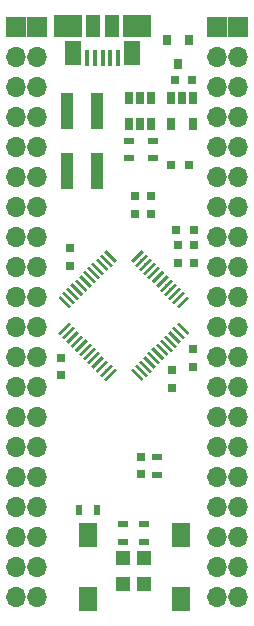
<source format=gts>
%TF.GenerationSoftware,KiCad,Pcbnew,no-vcs-found-d00fc99~60~ubuntu16.04.1*%
%TF.CreationDate,2017-10-03T23:38:07-03:00*%
%TF.ProjectId,efm32-board,65666D33322D626F6172642E6B696361,rev?*%
%TF.SameCoordinates,Original*%
%TF.FileFunction,Soldermask,Top*%
%TF.FilePolarity,Negative*%
%FSLAX46Y46*%
G04 Gerber Fmt 4.6, Leading zero omitted, Abs format (unit mm)*
G04 Created by KiCad (PCBNEW no-vcs-found-d00fc99~60~ubuntu16.04.1) date Tue Oct  3 23:38:07 2017*
%MOMM*%
%LPD*%
G01*
G04 APERTURE LIST*
%ADD10R,1.000000X3.150000*%
%ADD11R,0.750000X0.800000*%
%ADD12R,0.800000X0.900000*%
%ADD13R,1.600000X2.000000*%
%ADD14R,1.700000X1.700000*%
%ADD15O,1.700000X1.700000*%
%ADD16R,0.650000X1.060000*%
%ADD17R,0.800000X0.750000*%
%ADD18C,0.250000*%
%ADD19C,0.100000*%
%ADD20R,0.900000X0.500000*%
%ADD21R,1.175000X1.900000*%
%ADD22R,2.375000X1.900000*%
%ADD23R,1.475000X2.100000*%
%ADD24R,0.450000X1.380000*%
%ADD25R,1.200000X1.200000*%
%ADD26R,0.500000X0.900000*%
G04 APERTURE END LIST*
D10*
%TO.C,J4*%
X122088000Y-83990000D03*
X122088000Y-78940000D03*
X124628000Y-83990000D03*
X124628000Y-78940000D03*
%TD*%
D11*
%TO.C,C7*%
X127788000Y-86145000D03*
X127788000Y-87645000D03*
%TD*%
D12*
%TO.C,D2*%
X131438000Y-74915000D03*
X130488000Y-72915000D03*
X132388000Y-72915000D03*
%TD*%
D13*
%TO.C,SW1*%
X131698000Y-120255000D03*
X131698000Y-114855000D03*
%TD*%
D14*
%TO.C,J5*%
X136538000Y-71775000D03*
D15*
X136538000Y-74315000D03*
X136538000Y-76855000D03*
X136538000Y-79395000D03*
X136538000Y-81935000D03*
X136538000Y-84475000D03*
X136538000Y-87015000D03*
X136538000Y-89555000D03*
X136538000Y-92095000D03*
X136538000Y-94635000D03*
X136538000Y-97175000D03*
X136538000Y-99715000D03*
X136538000Y-102255000D03*
X136538000Y-104795000D03*
X136538000Y-107335000D03*
X136538000Y-109875000D03*
X136538000Y-112415000D03*
X136538000Y-114955000D03*
X136538000Y-117495000D03*
X136538000Y-120035000D03*
%TD*%
D16*
%TO.C,U3*%
X128238000Y-77805000D03*
X127288000Y-77805000D03*
X129188000Y-77805000D03*
X129188000Y-80005000D03*
X128238000Y-80005000D03*
X127288000Y-80005000D03*
%TD*%
%TO.C,U2*%
X132748000Y-80025000D03*
X130848000Y-80025000D03*
X130848000Y-77825000D03*
X131798000Y-77825000D03*
X132748000Y-77825000D03*
%TD*%
D14*
%TO.C,J2*%
X134740619Y-71782500D03*
D15*
X134740619Y-74322500D03*
X134740619Y-76862500D03*
X134740619Y-79402500D03*
X134740619Y-81942500D03*
X134740619Y-84482500D03*
X134740619Y-87022500D03*
X134740619Y-89562500D03*
X134740619Y-92102500D03*
X134740619Y-94642500D03*
X134740619Y-97182500D03*
X134740619Y-99722500D03*
X134740619Y-102262500D03*
X134740619Y-104802500D03*
X134740619Y-107342500D03*
X134740619Y-109882500D03*
X134740619Y-112422500D03*
X134740619Y-114962500D03*
X134740619Y-117502500D03*
X134740619Y-120042500D03*
%TD*%
D17*
%TO.C,C9*%
X132808000Y-88975000D03*
X131308000Y-88975000D03*
%TD*%
D18*
%TO.C,U1*%
X121837542Y-97346371D03*
D19*
G36*
X121466311Y-97894379D02*
X121289534Y-97717602D01*
X122208773Y-96798363D01*
X122385550Y-96975140D01*
X121466311Y-97894379D01*
X121466311Y-97894379D01*
G37*
D18*
X122191095Y-97699924D03*
D19*
G36*
X121819864Y-98247932D02*
X121643087Y-98071155D01*
X122562326Y-97151916D01*
X122739103Y-97328693D01*
X121819864Y-98247932D01*
X121819864Y-98247932D01*
G37*
D18*
X122544649Y-98053478D03*
D19*
G36*
X122173418Y-98601486D02*
X121996641Y-98424709D01*
X122915880Y-97505470D01*
X123092657Y-97682247D01*
X122173418Y-98601486D01*
X122173418Y-98601486D01*
G37*
D18*
X122898202Y-98407031D03*
D19*
G36*
X122526971Y-98955039D02*
X122350194Y-98778262D01*
X123269433Y-97859023D01*
X123446210Y-98035800D01*
X122526971Y-98955039D01*
X122526971Y-98955039D01*
G37*
D18*
X123251755Y-98760584D03*
D19*
G36*
X122880524Y-99308592D02*
X122703747Y-99131815D01*
X123622986Y-98212576D01*
X123799763Y-98389353D01*
X122880524Y-99308592D01*
X122880524Y-99308592D01*
G37*
D18*
X123605309Y-99114138D03*
D19*
G36*
X123234078Y-99662146D02*
X123057301Y-99485369D01*
X123976540Y-98566130D01*
X124153317Y-98742907D01*
X123234078Y-99662146D01*
X123234078Y-99662146D01*
G37*
D18*
X123958862Y-99467691D03*
D19*
G36*
X123587631Y-100015699D02*
X123410854Y-99838922D01*
X124330093Y-98919683D01*
X124506870Y-99096460D01*
X123587631Y-100015699D01*
X123587631Y-100015699D01*
G37*
D18*
X124312416Y-99821245D03*
D19*
G36*
X123941185Y-100369253D02*
X123764408Y-100192476D01*
X124683647Y-99273237D01*
X124860424Y-99450014D01*
X123941185Y-100369253D01*
X123941185Y-100369253D01*
G37*
D18*
X124665969Y-100174798D03*
D19*
G36*
X124294738Y-100722806D02*
X124117961Y-100546029D01*
X125037200Y-99626790D01*
X125213977Y-99803567D01*
X124294738Y-100722806D01*
X124294738Y-100722806D01*
G37*
D18*
X125019522Y-100528351D03*
D19*
G36*
X124648291Y-101076359D02*
X124471514Y-100899582D01*
X125390753Y-99980343D01*
X125567530Y-100157120D01*
X124648291Y-101076359D01*
X124648291Y-101076359D01*
G37*
D18*
X125373076Y-100881905D03*
D19*
G36*
X125001845Y-101429913D02*
X124825068Y-101253136D01*
X125744307Y-100333897D01*
X125921084Y-100510674D01*
X125001845Y-101429913D01*
X125001845Y-101429913D01*
G37*
D18*
X125726629Y-101235458D03*
D19*
G36*
X125355398Y-101783466D02*
X125178621Y-101606689D01*
X126097860Y-100687450D01*
X126274637Y-100864227D01*
X125355398Y-101783466D01*
X125355398Y-101783466D01*
G37*
D18*
X127989371Y-101235458D03*
D19*
G36*
X128537379Y-101606689D02*
X128360602Y-101783466D01*
X127441363Y-100864227D01*
X127618140Y-100687450D01*
X128537379Y-101606689D01*
X128537379Y-101606689D01*
G37*
D18*
X128342924Y-100881905D03*
D19*
G36*
X128890932Y-101253136D02*
X128714155Y-101429913D01*
X127794916Y-100510674D01*
X127971693Y-100333897D01*
X128890932Y-101253136D01*
X128890932Y-101253136D01*
G37*
D18*
X128696478Y-100528351D03*
D19*
G36*
X129244486Y-100899582D02*
X129067709Y-101076359D01*
X128148470Y-100157120D01*
X128325247Y-99980343D01*
X129244486Y-100899582D01*
X129244486Y-100899582D01*
G37*
D18*
X129050031Y-100174798D03*
D19*
G36*
X129598039Y-100546029D02*
X129421262Y-100722806D01*
X128502023Y-99803567D01*
X128678800Y-99626790D01*
X129598039Y-100546029D01*
X129598039Y-100546029D01*
G37*
D18*
X129403584Y-99821245D03*
D19*
G36*
X129951592Y-100192476D02*
X129774815Y-100369253D01*
X128855576Y-99450014D01*
X129032353Y-99273237D01*
X129951592Y-100192476D01*
X129951592Y-100192476D01*
G37*
D18*
X129757138Y-99467691D03*
D19*
G36*
X130305146Y-99838922D02*
X130128369Y-100015699D01*
X129209130Y-99096460D01*
X129385907Y-98919683D01*
X130305146Y-99838922D01*
X130305146Y-99838922D01*
G37*
D18*
X130110691Y-99114138D03*
D19*
G36*
X130658699Y-99485369D02*
X130481922Y-99662146D01*
X129562683Y-98742907D01*
X129739460Y-98566130D01*
X130658699Y-99485369D01*
X130658699Y-99485369D01*
G37*
D18*
X130464245Y-98760584D03*
D19*
G36*
X131012253Y-99131815D02*
X130835476Y-99308592D01*
X129916237Y-98389353D01*
X130093014Y-98212576D01*
X131012253Y-99131815D01*
X131012253Y-99131815D01*
G37*
D18*
X130817798Y-98407031D03*
D19*
G36*
X131365806Y-98778262D02*
X131189029Y-98955039D01*
X130269790Y-98035800D01*
X130446567Y-97859023D01*
X131365806Y-98778262D01*
X131365806Y-98778262D01*
G37*
D18*
X131171351Y-98053478D03*
D19*
G36*
X131719359Y-98424709D02*
X131542582Y-98601486D01*
X130623343Y-97682247D01*
X130800120Y-97505470D01*
X131719359Y-98424709D01*
X131719359Y-98424709D01*
G37*
D18*
X131524905Y-97699924D03*
D19*
G36*
X132072913Y-98071155D02*
X131896136Y-98247932D01*
X130976897Y-97328693D01*
X131153674Y-97151916D01*
X132072913Y-98071155D01*
X132072913Y-98071155D01*
G37*
D18*
X131878458Y-97346371D03*
D19*
G36*
X132426466Y-97717602D02*
X132249689Y-97894379D01*
X131330450Y-96975140D01*
X131507227Y-96798363D01*
X132426466Y-97717602D01*
X132426466Y-97717602D01*
G37*
D18*
X131878458Y-95083629D03*
D19*
G36*
X131507227Y-95631637D02*
X131330450Y-95454860D01*
X132249689Y-94535621D01*
X132426466Y-94712398D01*
X131507227Y-95631637D01*
X131507227Y-95631637D01*
G37*
D18*
X131524905Y-94730076D03*
D19*
G36*
X131153674Y-95278084D02*
X130976897Y-95101307D01*
X131896136Y-94182068D01*
X132072913Y-94358845D01*
X131153674Y-95278084D01*
X131153674Y-95278084D01*
G37*
D18*
X131171351Y-94376522D03*
D19*
G36*
X130800120Y-94924530D02*
X130623343Y-94747753D01*
X131542582Y-93828514D01*
X131719359Y-94005291D01*
X130800120Y-94924530D01*
X130800120Y-94924530D01*
G37*
D18*
X130817798Y-94022969D03*
D19*
G36*
X130446567Y-94570977D02*
X130269790Y-94394200D01*
X131189029Y-93474961D01*
X131365806Y-93651738D01*
X130446567Y-94570977D01*
X130446567Y-94570977D01*
G37*
D18*
X130464245Y-93669416D03*
D19*
G36*
X130093014Y-94217424D02*
X129916237Y-94040647D01*
X130835476Y-93121408D01*
X131012253Y-93298185D01*
X130093014Y-94217424D01*
X130093014Y-94217424D01*
G37*
D18*
X130110691Y-93315862D03*
D19*
G36*
X129739460Y-93863870D02*
X129562683Y-93687093D01*
X130481922Y-92767854D01*
X130658699Y-92944631D01*
X129739460Y-93863870D01*
X129739460Y-93863870D01*
G37*
D18*
X129757138Y-92962309D03*
D19*
G36*
X129385907Y-93510317D02*
X129209130Y-93333540D01*
X130128369Y-92414301D01*
X130305146Y-92591078D01*
X129385907Y-93510317D01*
X129385907Y-93510317D01*
G37*
D18*
X129403584Y-92608755D03*
D19*
G36*
X129032353Y-93156763D02*
X128855576Y-92979986D01*
X129774815Y-92060747D01*
X129951592Y-92237524D01*
X129032353Y-93156763D01*
X129032353Y-93156763D01*
G37*
D18*
X129050031Y-92255202D03*
D19*
G36*
X128678800Y-92803210D02*
X128502023Y-92626433D01*
X129421262Y-91707194D01*
X129598039Y-91883971D01*
X128678800Y-92803210D01*
X128678800Y-92803210D01*
G37*
D18*
X128696478Y-91901649D03*
D19*
G36*
X128325247Y-92449657D02*
X128148470Y-92272880D01*
X129067709Y-91353641D01*
X129244486Y-91530418D01*
X128325247Y-92449657D01*
X128325247Y-92449657D01*
G37*
D18*
X128342924Y-91548095D03*
D19*
G36*
X127971693Y-92096103D02*
X127794916Y-91919326D01*
X128714155Y-91000087D01*
X128890932Y-91176864D01*
X127971693Y-92096103D01*
X127971693Y-92096103D01*
G37*
D18*
X127989371Y-91194542D03*
D19*
G36*
X127618140Y-91742550D02*
X127441363Y-91565773D01*
X128360602Y-90646534D01*
X128537379Y-90823311D01*
X127618140Y-91742550D01*
X127618140Y-91742550D01*
G37*
D18*
X125726629Y-91194542D03*
D19*
G36*
X126274637Y-91565773D02*
X126097860Y-91742550D01*
X125178621Y-90823311D01*
X125355398Y-90646534D01*
X126274637Y-91565773D01*
X126274637Y-91565773D01*
G37*
D18*
X125373076Y-91548095D03*
D19*
G36*
X125921084Y-91919326D02*
X125744307Y-92096103D01*
X124825068Y-91176864D01*
X125001845Y-91000087D01*
X125921084Y-91919326D01*
X125921084Y-91919326D01*
G37*
D18*
X125019522Y-91901649D03*
D19*
G36*
X125567530Y-92272880D02*
X125390753Y-92449657D01*
X124471514Y-91530418D01*
X124648291Y-91353641D01*
X125567530Y-92272880D01*
X125567530Y-92272880D01*
G37*
D18*
X124665969Y-92255202D03*
D19*
G36*
X125213977Y-92626433D02*
X125037200Y-92803210D01*
X124117961Y-91883971D01*
X124294738Y-91707194D01*
X125213977Y-92626433D01*
X125213977Y-92626433D01*
G37*
D18*
X124312416Y-92608755D03*
D19*
G36*
X124860424Y-92979986D02*
X124683647Y-93156763D01*
X123764408Y-92237524D01*
X123941185Y-92060747D01*
X124860424Y-92979986D01*
X124860424Y-92979986D01*
G37*
D18*
X123958862Y-92962309D03*
D19*
G36*
X124506870Y-93333540D02*
X124330093Y-93510317D01*
X123410854Y-92591078D01*
X123587631Y-92414301D01*
X124506870Y-93333540D01*
X124506870Y-93333540D01*
G37*
D18*
X123605309Y-93315862D03*
D19*
G36*
X124153317Y-93687093D02*
X123976540Y-93863870D01*
X123057301Y-92944631D01*
X123234078Y-92767854D01*
X124153317Y-93687093D01*
X124153317Y-93687093D01*
G37*
D18*
X123251755Y-93669416D03*
D19*
G36*
X123799763Y-94040647D02*
X123622986Y-94217424D01*
X122703747Y-93298185D01*
X122880524Y-93121408D01*
X123799763Y-94040647D01*
X123799763Y-94040647D01*
G37*
D18*
X122898202Y-94022969D03*
D19*
G36*
X123446210Y-94394200D02*
X123269433Y-94570977D01*
X122350194Y-93651738D01*
X122526971Y-93474961D01*
X123446210Y-94394200D01*
X123446210Y-94394200D01*
G37*
D18*
X122544649Y-94376522D03*
D19*
G36*
X123092657Y-94747753D02*
X122915880Y-94924530D01*
X121996641Y-94005291D01*
X122173418Y-93828514D01*
X123092657Y-94747753D01*
X123092657Y-94747753D01*
G37*
D18*
X122191095Y-94730076D03*
D19*
G36*
X122739103Y-95101307D02*
X122562326Y-95278084D01*
X121643087Y-94358845D01*
X121819864Y-94182068D01*
X122739103Y-95101307D01*
X122739103Y-95101307D01*
G37*
D18*
X121837542Y-95083629D03*
D19*
G36*
X122385550Y-95454860D02*
X122208773Y-95631637D01*
X121289534Y-94712398D01*
X121466311Y-94535621D01*
X122385550Y-95454860D01*
X122385550Y-95454860D01*
G37*
%TD*%
D17*
%TO.C,C10*%
X130848000Y-83465000D03*
X132348000Y-83465000D03*
%TD*%
%TO.C,C11*%
X132678000Y-76295000D03*
X131178000Y-76295000D03*
%TD*%
D20*
%TO.C,R2*%
X129318000Y-81415000D03*
X129318000Y-82915000D03*
%TD*%
%TO.C,R1*%
X127288000Y-82925000D03*
X127288000Y-81425000D03*
%TD*%
D11*
%TO.C,C3*%
X122318000Y-92025000D03*
X122318000Y-90525000D03*
%TD*%
%TO.C,C2*%
X121588000Y-101305000D03*
X121588000Y-99805000D03*
%TD*%
%TO.C,C4*%
X130928000Y-102385000D03*
X130928000Y-100885000D03*
%TD*%
%TO.C,C5*%
X132748000Y-100585000D03*
X132748000Y-99085000D03*
%TD*%
%TO.C,C6*%
X131468000Y-91785000D03*
X131468000Y-90285000D03*
%TD*%
D14*
%TO.C,J1*%
X119538000Y-71825000D03*
D15*
X119538000Y-74365000D03*
X119538000Y-76905000D03*
X119538000Y-79445000D03*
X119538000Y-81985000D03*
X119538000Y-84525000D03*
X119538000Y-87065000D03*
X119538000Y-89605000D03*
X119538000Y-92145000D03*
X119538000Y-94685000D03*
X119538000Y-97225000D03*
X119538000Y-99765000D03*
X119538000Y-102305000D03*
X119538000Y-104845000D03*
X119538000Y-107385000D03*
X119538000Y-109925000D03*
X119538000Y-112465000D03*
X119538000Y-115005000D03*
X119538000Y-117545000D03*
X119538000Y-120085000D03*
%TD*%
D21*
%TO.C,J3*%
X124228000Y-71725000D03*
X125908000Y-71725000D03*
D22*
X122158000Y-71725000D03*
X127978000Y-71725000D03*
D23*
X122605500Y-74025000D03*
X127530500Y-74025000D03*
D24*
X123768000Y-74385000D03*
X124418000Y-74385000D03*
X125068000Y-74385000D03*
X125718000Y-74385000D03*
X126368000Y-74385000D03*
%TD*%
D20*
%TO.C,R4*%
X129698000Y-109745000D03*
X129698000Y-108245000D03*
%TD*%
D11*
%TO.C,C1*%
X128298000Y-108175000D03*
X128298000Y-109675000D03*
%TD*%
%TO.C,C8*%
X132778000Y-91775000D03*
X132778000Y-90275000D03*
%TD*%
D15*
%TO.C,J6*%
X117748000Y-120085000D03*
X117748000Y-117545000D03*
X117748000Y-115005000D03*
X117748000Y-112465000D03*
X117748000Y-109925000D03*
X117748000Y-107385000D03*
X117748000Y-104845000D03*
X117748000Y-102305000D03*
X117748000Y-99765000D03*
X117748000Y-97225000D03*
X117748000Y-94685000D03*
X117748000Y-92145000D03*
X117748000Y-89605000D03*
X117748000Y-87065000D03*
X117748000Y-84525000D03*
X117748000Y-81985000D03*
X117748000Y-79445000D03*
X117748000Y-76905000D03*
X117748000Y-74365000D03*
D14*
X117748000Y-71825000D03*
%TD*%
D25*
%TO.C,D1*%
X126803001Y-118932500D03*
X126803001Y-116732500D03*
%TD*%
%TO.C,D3*%
X128573001Y-118932500D03*
X128573001Y-116732500D03*
%TD*%
D20*
%TO.C,R3*%
X126808000Y-113885000D03*
X126808000Y-115385000D03*
%TD*%
D26*
%TO.C,R5*%
X124568000Y-112705000D03*
X123068000Y-112705000D03*
%TD*%
D20*
%TO.C,R6*%
X128588000Y-113875000D03*
X128588000Y-115375000D03*
%TD*%
D13*
%TO.C,SW2*%
X123818000Y-120205000D03*
X123818000Y-114805000D03*
%TD*%
D11*
%TO.C,C12*%
X129188000Y-87645000D03*
X129188000Y-86145000D03*
%TD*%
M02*

</source>
